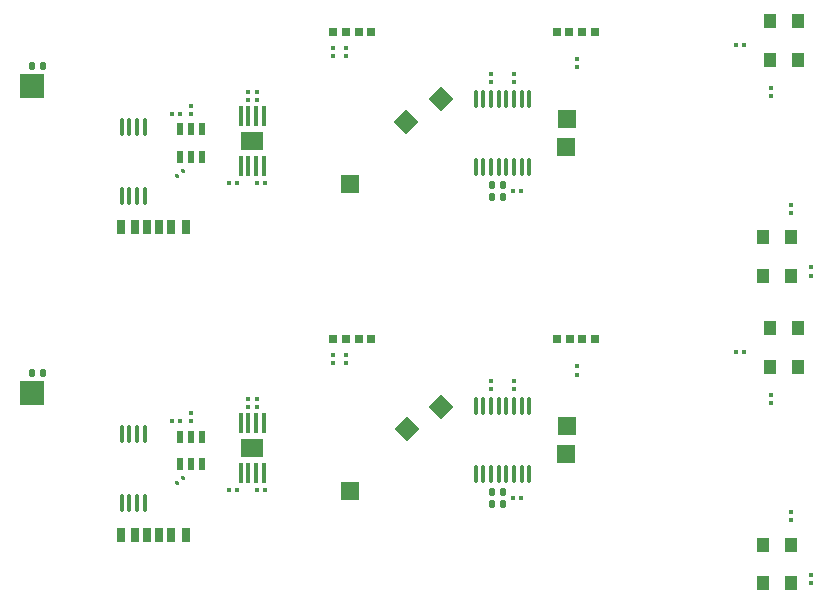
<source format=gbr>
%TF.GenerationSoftware,KiCad,Pcbnew,8.0.5*%
%TF.CreationDate,2024-11-09T23:01:36+01:00*%
%TF.ProjectId,NanoSumo_Mouse_Bites_Gerber_File,4e616e6f-5375-46d6-9f5f-4d6f7573655f,rev?*%
%TF.SameCoordinates,Original*%
%TF.FileFunction,Paste,Bot*%
%TF.FilePolarity,Positive*%
%FSLAX46Y46*%
G04 Gerber Fmt 4.6, Leading zero omitted, Abs format (unit mm)*
G04 Created by KiCad (PCBNEW 8.0.5) date 2024-11-09 23:01:36*
%MOMM*%
%LPD*%
G01*
G04 APERTURE LIST*
G04 Aperture macros list*
%AMRoundRect*
0 Rectangle with rounded corners*
0 $1 Rounding radius*
0 $2 $3 $4 $5 $6 $7 $8 $9 X,Y pos of 4 corners*
0 Add a 4 corners polygon primitive as box body*
4,1,4,$2,$3,$4,$5,$6,$7,$8,$9,$2,$3,0*
0 Add four circle primitives for the rounded corners*
1,1,$1+$1,$2,$3*
1,1,$1+$1,$4,$5*
1,1,$1+$1,$6,$7*
1,1,$1+$1,$8,$9*
0 Add four rect primitives between the rounded corners*
20,1,$1+$1,$2,$3,$4,$5,0*
20,1,$1+$1,$4,$5,$6,$7,0*
20,1,$1+$1,$6,$7,$8,$9,0*
20,1,$1+$1,$8,$9,$2,$3,0*%
%AMRotRect*
0 Rectangle, with rotation*
0 The origin of the aperture is its center*
0 $1 length*
0 $2 width*
0 $3 Rotation angle, in degrees counterclockwise*
0 Add horizontal line*
21,1,$1,$2,0,0,$3*%
%AMFreePoly0*
4,1,5,0.182000,-0.831000,-0.182000,-0.831000,-0.182000,0.831000,0.182000,0.831000,0.182000,-0.831000,0.182000,-0.831000,$1*%
%AMFreePoly1*
4,1,5,0.900000,-0.750000,-0.900000,-0.750000,-0.900000,0.750000,0.900000,0.750000,0.900000,-0.750000,0.900000,-0.750000,$1*%
G04 Aperture macros list end*
%ADD10R,0.725000X0.700000*%
%ADD11R,1.100000X1.200000*%
%ADD12RoundRect,0.079500X-0.100500X0.079500X-0.100500X-0.079500X0.100500X-0.079500X0.100500X0.079500X0*%
%ADD13R,0.700000X1.200000*%
%ADD14R,0.760000X1.200000*%
%ADD15R,0.800000X1.200000*%
%ADD16RoundRect,0.079500X0.100500X-0.079500X0.100500X0.079500X-0.100500X0.079500X-0.100500X-0.079500X0*%
%ADD17RoundRect,0.079500X0.079500X0.100500X-0.079500X0.100500X-0.079500X-0.100500X0.079500X-0.100500X0*%
%ADD18RoundRect,0.088250X-0.088250X-0.638750X0.088250X-0.638750X0.088250X0.638750X-0.088250X0.638750X0*%
%ADD19R,1.500000X1.500000*%
%ADD20RoundRect,0.079500X0.014849X-0.127279X0.127279X-0.014849X-0.014849X0.127279X-0.127279X0.014849X0*%
%ADD21RoundRect,0.140000X-0.140000X-0.170000X0.140000X-0.170000X0.140000X0.170000X-0.140000X0.170000X0*%
%ADD22RoundRect,0.100000X-0.100000X0.637500X-0.100000X-0.637500X0.100000X-0.637500X0.100000X0.637500X0*%
%ADD23RotRect,1.500000X1.500000X225.000000*%
%ADD24RoundRect,0.140000X0.140000X0.170000X-0.140000X0.170000X-0.140000X-0.170000X0.140000X-0.170000X0*%
%ADD25RoundRect,0.079500X-0.079500X-0.100500X0.079500X-0.100500X0.079500X0.100500X-0.079500X0.100500X0*%
%ADD26FreePoly0,180.000000*%
%ADD27FreePoly1,180.000000*%
%ADD28R,2.000000X2.000000*%
%ADD29R,0.530860X1.071880*%
G04 APERTURE END LIST*
D10*
%TO.C,U3*%
X157181196Y-68522021D03*
X156106195Y-68522020D03*
X155031196Y-68522020D03*
X153956194Y-68522019D03*
%TD*%
%TO.C,U3*%
X157184196Y-94522021D03*
X156109195Y-94522020D03*
X155034196Y-94522020D03*
X153959194Y-94522019D03*
%TD*%
D11*
%TO.C,A2*%
X173778591Y-89183590D03*
X171378589Y-89183590D03*
X171378589Y-85883590D03*
X173778591Y-85883590D03*
%TD*%
%TO.C,A1*%
X171983721Y-67578476D03*
X174383723Y-67578473D03*
X174383725Y-70878476D03*
X171983723Y-70878479D03*
%TD*%
D12*
%TO.C,R14*%
X155671600Y-96805701D03*
X155671600Y-97495699D03*
%TD*%
D10*
%TO.C,U7*%
X138255854Y-68508198D03*
X137180853Y-68508197D03*
X136105854Y-68508197D03*
X135030852Y-68508196D03*
%TD*%
D13*
%TO.C,J1*%
X120282126Y-111040309D03*
D14*
X118262126Y-111040309D03*
D15*
X117032126Y-111040309D03*
D13*
X119282126Y-111040309D03*
D14*
X121302126Y-111040309D03*
D15*
X122532126Y-111040309D03*
%TD*%
D12*
%TO.C,R16*%
X172109475Y-99211001D03*
X172109475Y-99901003D03*
%TD*%
%TO.C,R1*%
X128553264Y-73565160D03*
X128553264Y-74255156D03*
%TD*%
D11*
%TO.C,A1*%
X171986721Y-93578476D03*
X174386723Y-93578473D03*
X174386725Y-96878476D03*
X171986723Y-96878479D03*
%TD*%
D16*
%TO.C,R20*%
X173803091Y-83814588D03*
X173803091Y-83124592D03*
%TD*%
%TO.C,C13*%
X136100352Y-70530046D03*
X136100352Y-69840050D03*
%TD*%
D17*
%TO.C,C2*%
X122077314Y-75417880D03*
X121387312Y-75417878D03*
%TD*%
D18*
%TO.C,U9*%
X117123126Y-102512309D03*
X117773128Y-102506311D03*
X118423125Y-102512310D03*
X119073126Y-102512309D03*
X119073125Y-108348308D03*
X118423124Y-108354309D03*
X117773128Y-108360307D03*
X117123126Y-108354309D03*
%TD*%
D16*
%TO.C,C13*%
X136103352Y-96530046D03*
X136103352Y-95840050D03*
%TD*%
D19*
%TO.C,NRST*%
X136455952Y-81361048D03*
%TD*%
D12*
%TO.C,R2*%
X127808070Y-99565341D03*
X127808070Y-100255343D03*
%TD*%
D19*
%TO.C,BOUT1*%
X154797752Y-101823848D03*
%TD*%
%TO.C,BOUT2*%
X154761830Y-104211448D03*
%TD*%
D20*
%TO.C,R5*%
X121789176Y-106706859D03*
X122277076Y-106218959D03*
%TD*%
D21*
%TO.C,C3*%
X109523126Y-97383309D03*
X110483126Y-97383309D03*
%TD*%
D22*
%TO.C,U2*%
X147084151Y-74180549D03*
X147734153Y-74180548D03*
X148384153Y-74180549D03*
X149034153Y-74180549D03*
X149684151Y-74180549D03*
X150334152Y-74180548D03*
X150984152Y-74180548D03*
X151634152Y-74180548D03*
X151634153Y-79905547D03*
X150984151Y-79905548D03*
X150334151Y-79905547D03*
X149684151Y-79905547D03*
X149034153Y-79905547D03*
X148384152Y-79905548D03*
X147734152Y-79905548D03*
X147084152Y-79905548D03*
%TD*%
D23*
%TO.C,AOUT1*%
X144180552Y-100198248D03*
%TD*%
D12*
%TO.C,R16*%
X172106475Y-73211001D03*
X172106475Y-73901003D03*
%TD*%
D17*
%TO.C,C1*%
X126873926Y-107275709D03*
X126183926Y-107275709D03*
%TD*%
D24*
%TO.C,C8*%
X149407752Y-108427848D03*
X148447752Y-108427848D03*
%TD*%
D17*
%TO.C,R3*%
X129286924Y-107275709D03*
X128596928Y-107275709D03*
%TD*%
D24*
%TO.C,C7*%
X149407752Y-107411848D03*
X148447752Y-107411848D03*
%TD*%
D16*
%TO.C,R20*%
X173806091Y-109814588D03*
X173806091Y-109124592D03*
%TD*%
D25*
%TO.C,R15*%
X169140592Y-69596590D03*
X169830588Y-69596590D03*
%TD*%
D26*
%TO.C,U4*%
X129154927Y-105850710D03*
X128504926Y-105850709D03*
X127854926Y-105850709D03*
X127204926Y-105850711D03*
X127204925Y-101588708D03*
X127854926Y-101588709D03*
X128504926Y-101588709D03*
X129154926Y-101588707D03*
D27*
X128179926Y-103719709D03*
%TD*%
D12*
%TO.C,R8*%
X150324352Y-72024449D03*
X150324352Y-72714447D03*
%TD*%
%TO.C,R1*%
X128553264Y-99565344D03*
X128553264Y-100255340D03*
%TD*%
%TO.C,R7*%
X148396952Y-98024449D03*
X148396952Y-98714447D03*
%TD*%
D22*
%TO.C,U2*%
X147087151Y-100180549D03*
X147737153Y-100180548D03*
X148387153Y-100180549D03*
X149037153Y-100180549D03*
X149687151Y-100180549D03*
X150337152Y-100180548D03*
X150987152Y-100180548D03*
X151637152Y-100180548D03*
X151637153Y-105905547D03*
X150987151Y-105905548D03*
X150337151Y-105905547D03*
X149687151Y-105905547D03*
X149037153Y-105905547D03*
X148387152Y-105905548D03*
X147737152Y-105905548D03*
X147087152Y-105905548D03*
%TD*%
D17*
%TO.C,C2*%
X122077314Y-101418064D03*
X121387312Y-101418062D03*
%TD*%
D19*
%TO.C,NRST*%
X136458952Y-107361048D03*
%TD*%
D26*
%TO.C,U4*%
X129154927Y-79850526D03*
X128504926Y-79850525D03*
X127854926Y-79850525D03*
X127204926Y-79850527D03*
X127204925Y-75588524D03*
X127854926Y-75588525D03*
X128504926Y-75588525D03*
X129154926Y-75588523D03*
D27*
X128179926Y-77719525D03*
%TD*%
D24*
%TO.C,C8*%
X149404752Y-82427848D03*
X148444752Y-82427848D03*
%TD*%
D16*
%TO.C,R4*%
X122998326Y-75443244D03*
X122998326Y-74753246D03*
%TD*%
D17*
%TO.C,R3*%
X129286924Y-81275525D03*
X128596928Y-81275525D03*
%TD*%
D25*
%TO.C,R15*%
X169143592Y-95596590D03*
X169833588Y-95596590D03*
%TD*%
D12*
%TO.C,R7*%
X148393952Y-72024449D03*
X148393952Y-72714447D03*
%TD*%
D16*
%TO.C,C12*%
X135033552Y-70530047D03*
X135033552Y-69840049D03*
%TD*%
D11*
%TO.C,A2*%
X173781591Y-115183590D03*
X171381589Y-115183590D03*
X171381589Y-111883590D03*
X173781591Y-111883590D03*
%TD*%
D12*
%TO.C,R19*%
X175457590Y-114428589D03*
X175457590Y-115118591D03*
%TD*%
D28*
%TO.C,BAT+*%
X109495126Y-99034309D03*
%TD*%
D12*
%TO.C,R19*%
X175454590Y-88428589D03*
X175454590Y-89118591D03*
%TD*%
D13*
%TO.C,J1*%
X120282126Y-85040125D03*
D14*
X118262126Y-85040125D03*
D15*
X117032126Y-85040125D03*
D13*
X119282126Y-85040125D03*
D14*
X121302126Y-85040125D03*
D15*
X122532126Y-85040125D03*
%TD*%
D24*
%TO.C,C7*%
X149404752Y-81411848D03*
X148444752Y-81411848D03*
%TD*%
D28*
%TO.C,BAT+*%
X109495126Y-73034125D03*
%TD*%
D29*
%TO.C,U6*%
X123948286Y-105040509D03*
X122998326Y-105040509D03*
X122048366Y-105040509D03*
X122048366Y-102744349D03*
X122998326Y-102744349D03*
X123948286Y-102744349D03*
%TD*%
D21*
%TO.C,C3*%
X109523126Y-71383125D03*
X110483126Y-71383125D03*
%TD*%
D23*
%TO.C,AOUT2*%
X141231152Y-76077848D03*
%TD*%
D12*
%TO.C,R2*%
X127808070Y-73565157D03*
X127808070Y-74255159D03*
%TD*%
D23*
%TO.C,AOUT1*%
X144177552Y-74198248D03*
%TD*%
D20*
%TO.C,R5*%
X121789176Y-80706675D03*
X122277076Y-80218775D03*
%TD*%
D25*
%TO.C,C6*%
X150256154Y-81919848D03*
X150946150Y-81919848D03*
%TD*%
D16*
%TO.C,C12*%
X135036552Y-96530047D03*
X135036552Y-95840049D03*
%TD*%
D19*
%TO.C,BOUT1*%
X154794752Y-75823848D03*
%TD*%
D17*
%TO.C,C1*%
X126873926Y-81275525D03*
X126183926Y-81275525D03*
%TD*%
D29*
%TO.C,U6*%
X123948286Y-79040325D03*
X122998326Y-79040325D03*
X122048366Y-79040325D03*
X122048366Y-76744165D03*
X122998326Y-76744165D03*
X123948286Y-76744165D03*
%TD*%
D16*
%TO.C,R4*%
X122998326Y-101443428D03*
X122998326Y-100753430D03*
%TD*%
D25*
%TO.C,C6*%
X150259154Y-107919848D03*
X150949150Y-107919848D03*
%TD*%
D10*
%TO.C,U7*%
X138258854Y-94508198D03*
X137183853Y-94508197D03*
X136108854Y-94508197D03*
X135033852Y-94508196D03*
%TD*%
D23*
%TO.C,AOUT2*%
X141234152Y-102077848D03*
%TD*%
D18*
%TO.C,U9*%
X117123126Y-76512125D03*
X117773128Y-76506127D03*
X118423125Y-76512126D03*
X119073126Y-76512125D03*
X119073125Y-82348124D03*
X118423124Y-82354125D03*
X117773128Y-82360123D03*
X117123126Y-82354125D03*
%TD*%
D12*
%TO.C,R8*%
X150327352Y-98024449D03*
X150327352Y-98714447D03*
%TD*%
%TO.C,R14*%
X155668600Y-70805701D03*
X155668600Y-71495699D03*
%TD*%
D19*
%TO.C,BOUT2*%
X154758830Y-78211448D03*
%TD*%
M02*

</source>
